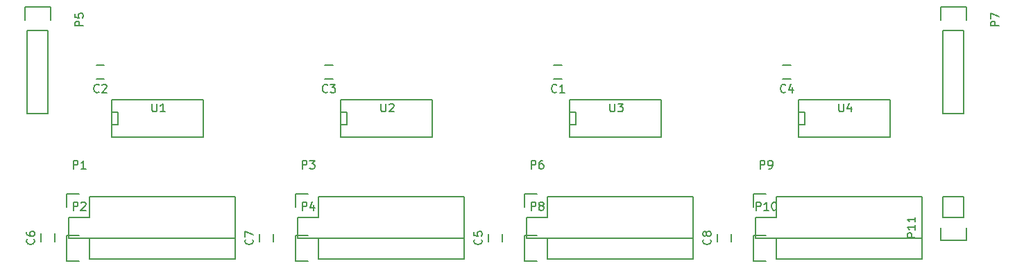
<source format=gbr>
G04 #@! TF.FileFunction,Legend,Top*
%FSLAX46Y46*%
G04 Gerber Fmt 4.6, Leading zero omitted, Abs format (unit mm)*
G04 Created by KiCad (PCBNEW 4.0.0-rc2-stable) date Tue 17 Nov 2015 13:49:37 BRT*
%MOMM*%
G01*
G04 APERTURE LIST*
%ADD10C,0.100000*%
%ADD11C,0.150000*%
G04 APERTURE END LIST*
D10*
D11*
X215400000Y-37680000D02*
X216400000Y-37680000D01*
X216400000Y-35980000D02*
X215400000Y-35980000D01*
X159540000Y-37680000D02*
X160540000Y-37680000D01*
X160540000Y-35980000D02*
X159540000Y-35980000D01*
X187440000Y-37680000D02*
X188440000Y-37680000D01*
X188440000Y-35980000D02*
X187440000Y-35980000D01*
X243340000Y-37680000D02*
X244340000Y-37680000D01*
X244340000Y-35980000D02*
X243340000Y-35980000D01*
X207430000Y-56650000D02*
X207430000Y-57650000D01*
X209130000Y-57650000D02*
X209130000Y-56650000D01*
X152820000Y-56630000D02*
X152820000Y-57630000D01*
X154520000Y-57630000D02*
X154520000Y-56630000D01*
X179490000Y-56650000D02*
X179490000Y-57650000D01*
X181190000Y-57650000D02*
X181190000Y-56650000D01*
X235370000Y-56650000D02*
X235370000Y-57650000D01*
X237070000Y-57650000D02*
X237070000Y-56650000D01*
X176530000Y-57150000D02*
X156210000Y-57150000D01*
X158750000Y-52070000D02*
X176530000Y-52070000D01*
X176530000Y-57150000D02*
X176530000Y-52070000D01*
X156210000Y-57150000D02*
X156210000Y-54610000D01*
X157480000Y-51790000D02*
X155930000Y-51790000D01*
X156210000Y-54610000D02*
X158750000Y-54610000D01*
X158750000Y-54610000D02*
X158750000Y-52070000D01*
X155930000Y-51790000D02*
X155930000Y-53340000D01*
X158750000Y-59690000D02*
X176530000Y-59690000D01*
X176530000Y-59690000D02*
X176530000Y-57150000D01*
X176530000Y-57150000D02*
X158750000Y-57150000D01*
X155930000Y-59970000D02*
X157480000Y-59970000D01*
X158750000Y-59690000D02*
X158750000Y-57150000D01*
X157480000Y-56870000D02*
X155930000Y-56870000D01*
X155930000Y-56870000D02*
X155930000Y-59970000D01*
X204470000Y-57150000D02*
X184150000Y-57150000D01*
X186690000Y-52070000D02*
X204470000Y-52070000D01*
X204470000Y-57150000D02*
X204470000Y-52070000D01*
X184150000Y-57150000D02*
X184150000Y-54610000D01*
X185420000Y-51790000D02*
X183870000Y-51790000D01*
X184150000Y-54610000D02*
X186690000Y-54610000D01*
X186690000Y-54610000D02*
X186690000Y-52070000D01*
X183870000Y-51790000D02*
X183870000Y-53340000D01*
X186690000Y-59690000D02*
X204470000Y-59690000D01*
X204470000Y-59690000D02*
X204470000Y-57150000D01*
X204470000Y-57150000D02*
X186690000Y-57150000D01*
X183870000Y-59970000D02*
X185420000Y-59970000D01*
X186690000Y-59690000D02*
X186690000Y-57150000D01*
X185420000Y-56870000D02*
X183870000Y-56870000D01*
X183870000Y-56870000D02*
X183870000Y-59970000D01*
X151130000Y-31750000D02*
X151130000Y-41910000D01*
X151130000Y-41910000D02*
X153670000Y-41910000D01*
X153670000Y-41910000D02*
X153670000Y-31750000D01*
X150850000Y-28930000D02*
X150850000Y-30480000D01*
X151130000Y-31750000D02*
X153670000Y-31750000D01*
X153950000Y-30480000D02*
X153950000Y-28930000D01*
X153950000Y-28930000D02*
X150850000Y-28930000D01*
X232410000Y-57150000D02*
X212090000Y-57150000D01*
X214630000Y-52070000D02*
X232410000Y-52070000D01*
X232410000Y-57150000D02*
X232410000Y-52070000D01*
X212090000Y-57150000D02*
X212090000Y-54610000D01*
X213360000Y-51790000D02*
X211810000Y-51790000D01*
X212090000Y-54610000D02*
X214630000Y-54610000D01*
X214630000Y-54610000D02*
X214630000Y-52070000D01*
X211810000Y-51790000D02*
X211810000Y-53340000D01*
X262890000Y-31750000D02*
X262890000Y-41910000D01*
X262890000Y-41910000D02*
X265430000Y-41910000D01*
X265430000Y-41910000D02*
X265430000Y-31750000D01*
X262610000Y-28930000D02*
X262610000Y-30480000D01*
X262890000Y-31750000D02*
X265430000Y-31750000D01*
X265710000Y-30480000D02*
X265710000Y-28930000D01*
X265710000Y-28930000D02*
X262610000Y-28930000D01*
X214630000Y-59690000D02*
X232410000Y-59690000D01*
X232410000Y-59690000D02*
X232410000Y-57150000D01*
X232410000Y-57150000D02*
X214630000Y-57150000D01*
X211810000Y-59970000D02*
X213360000Y-59970000D01*
X214630000Y-59690000D02*
X214630000Y-57150000D01*
X213360000Y-56870000D02*
X211810000Y-56870000D01*
X211810000Y-56870000D02*
X211810000Y-59970000D01*
X260350000Y-57150000D02*
X240030000Y-57150000D01*
X242570000Y-52070000D02*
X260350000Y-52070000D01*
X260350000Y-57150000D02*
X260350000Y-52070000D01*
X240030000Y-57150000D02*
X240030000Y-54610000D01*
X241300000Y-51790000D02*
X239750000Y-51790000D01*
X240030000Y-54610000D02*
X242570000Y-54610000D01*
X242570000Y-54610000D02*
X242570000Y-52070000D01*
X239750000Y-51790000D02*
X239750000Y-53340000D01*
X242570000Y-59690000D02*
X260350000Y-59690000D01*
X260350000Y-59690000D02*
X260350000Y-57150000D01*
X260350000Y-57150000D02*
X242570000Y-57150000D01*
X239750000Y-59970000D02*
X241300000Y-59970000D01*
X242570000Y-59690000D02*
X242570000Y-57150000D01*
X241300000Y-56870000D02*
X239750000Y-56870000D01*
X239750000Y-56870000D02*
X239750000Y-59970000D01*
X161417000Y-41783000D02*
X162179000Y-41783000D01*
X162179000Y-41783000D02*
X162179000Y-43307000D01*
X162179000Y-43307000D02*
X161417000Y-43307000D01*
X172593000Y-40259000D02*
X172593000Y-44831000D01*
X172593000Y-44831000D02*
X161417000Y-44831000D01*
X161417000Y-44831000D02*
X161417000Y-40259000D01*
X161417000Y-40259000D02*
X172593000Y-40259000D01*
X189357000Y-41783000D02*
X190119000Y-41783000D01*
X190119000Y-41783000D02*
X190119000Y-43307000D01*
X190119000Y-43307000D02*
X189357000Y-43307000D01*
X200533000Y-40259000D02*
X200533000Y-44831000D01*
X200533000Y-44831000D02*
X189357000Y-44831000D01*
X189357000Y-44831000D02*
X189357000Y-40259000D01*
X189357000Y-40259000D02*
X200533000Y-40259000D01*
X217297000Y-41783000D02*
X218059000Y-41783000D01*
X218059000Y-41783000D02*
X218059000Y-43307000D01*
X218059000Y-43307000D02*
X217297000Y-43307000D01*
X228473000Y-40259000D02*
X228473000Y-44831000D01*
X228473000Y-44831000D02*
X217297000Y-44831000D01*
X217297000Y-44831000D02*
X217297000Y-40259000D01*
X217297000Y-40259000D02*
X228473000Y-40259000D01*
X245237000Y-41783000D02*
X245999000Y-41783000D01*
X245999000Y-41783000D02*
X245999000Y-43307000D01*
X245999000Y-43307000D02*
X245237000Y-43307000D01*
X256413000Y-40259000D02*
X256413000Y-44831000D01*
X256413000Y-44831000D02*
X245237000Y-44831000D01*
X245237000Y-44831000D02*
X245237000Y-40259000D01*
X245237000Y-40259000D02*
X256413000Y-40259000D01*
X265710000Y-57430000D02*
X265710000Y-55880000D01*
X265430000Y-52070000D02*
X265430000Y-54610000D01*
X265430000Y-54610000D02*
X262890000Y-54610000D01*
X262610000Y-55880000D02*
X262610000Y-57430000D01*
X262610000Y-57430000D02*
X265710000Y-57430000D01*
X262890000Y-54610000D02*
X262890000Y-52070000D01*
X262890000Y-52070000D02*
X265430000Y-52070000D01*
X215733334Y-39287143D02*
X215685715Y-39334762D01*
X215542858Y-39382381D01*
X215447620Y-39382381D01*
X215304762Y-39334762D01*
X215209524Y-39239524D01*
X215161905Y-39144286D01*
X215114286Y-38953810D01*
X215114286Y-38810952D01*
X215161905Y-38620476D01*
X215209524Y-38525238D01*
X215304762Y-38430000D01*
X215447620Y-38382381D01*
X215542858Y-38382381D01*
X215685715Y-38430000D01*
X215733334Y-38477619D01*
X216685715Y-39382381D02*
X216114286Y-39382381D01*
X216400000Y-39382381D02*
X216400000Y-38382381D01*
X216304762Y-38525238D01*
X216209524Y-38620476D01*
X216114286Y-38668095D01*
X159873334Y-39287143D02*
X159825715Y-39334762D01*
X159682858Y-39382381D01*
X159587620Y-39382381D01*
X159444762Y-39334762D01*
X159349524Y-39239524D01*
X159301905Y-39144286D01*
X159254286Y-38953810D01*
X159254286Y-38810952D01*
X159301905Y-38620476D01*
X159349524Y-38525238D01*
X159444762Y-38430000D01*
X159587620Y-38382381D01*
X159682858Y-38382381D01*
X159825715Y-38430000D01*
X159873334Y-38477619D01*
X160254286Y-38477619D02*
X160301905Y-38430000D01*
X160397143Y-38382381D01*
X160635239Y-38382381D01*
X160730477Y-38430000D01*
X160778096Y-38477619D01*
X160825715Y-38572857D01*
X160825715Y-38668095D01*
X160778096Y-38810952D01*
X160206667Y-39382381D01*
X160825715Y-39382381D01*
X187773334Y-39287143D02*
X187725715Y-39334762D01*
X187582858Y-39382381D01*
X187487620Y-39382381D01*
X187344762Y-39334762D01*
X187249524Y-39239524D01*
X187201905Y-39144286D01*
X187154286Y-38953810D01*
X187154286Y-38810952D01*
X187201905Y-38620476D01*
X187249524Y-38525238D01*
X187344762Y-38430000D01*
X187487620Y-38382381D01*
X187582858Y-38382381D01*
X187725715Y-38430000D01*
X187773334Y-38477619D01*
X188106667Y-38382381D02*
X188725715Y-38382381D01*
X188392381Y-38763333D01*
X188535239Y-38763333D01*
X188630477Y-38810952D01*
X188678096Y-38858571D01*
X188725715Y-38953810D01*
X188725715Y-39191905D01*
X188678096Y-39287143D01*
X188630477Y-39334762D01*
X188535239Y-39382381D01*
X188249524Y-39382381D01*
X188154286Y-39334762D01*
X188106667Y-39287143D01*
X243673334Y-39287143D02*
X243625715Y-39334762D01*
X243482858Y-39382381D01*
X243387620Y-39382381D01*
X243244762Y-39334762D01*
X243149524Y-39239524D01*
X243101905Y-39144286D01*
X243054286Y-38953810D01*
X243054286Y-38810952D01*
X243101905Y-38620476D01*
X243149524Y-38525238D01*
X243244762Y-38430000D01*
X243387620Y-38382381D01*
X243482858Y-38382381D01*
X243625715Y-38430000D01*
X243673334Y-38477619D01*
X244530477Y-38715714D02*
X244530477Y-39382381D01*
X244292381Y-38334762D02*
X244054286Y-39049048D01*
X244673334Y-39049048D01*
X206537143Y-57316666D02*
X206584762Y-57364285D01*
X206632381Y-57507142D01*
X206632381Y-57602380D01*
X206584762Y-57745238D01*
X206489524Y-57840476D01*
X206394286Y-57888095D01*
X206203810Y-57935714D01*
X206060952Y-57935714D01*
X205870476Y-57888095D01*
X205775238Y-57840476D01*
X205680000Y-57745238D01*
X205632381Y-57602380D01*
X205632381Y-57507142D01*
X205680000Y-57364285D01*
X205727619Y-57316666D01*
X205632381Y-56411904D02*
X205632381Y-56888095D01*
X206108571Y-56935714D01*
X206060952Y-56888095D01*
X206013333Y-56792857D01*
X206013333Y-56554761D01*
X206060952Y-56459523D01*
X206108571Y-56411904D01*
X206203810Y-56364285D01*
X206441905Y-56364285D01*
X206537143Y-56411904D01*
X206584762Y-56459523D01*
X206632381Y-56554761D01*
X206632381Y-56792857D01*
X206584762Y-56888095D01*
X206537143Y-56935714D01*
X151927143Y-57296666D02*
X151974762Y-57344285D01*
X152022381Y-57487142D01*
X152022381Y-57582380D01*
X151974762Y-57725238D01*
X151879524Y-57820476D01*
X151784286Y-57868095D01*
X151593810Y-57915714D01*
X151450952Y-57915714D01*
X151260476Y-57868095D01*
X151165238Y-57820476D01*
X151070000Y-57725238D01*
X151022381Y-57582380D01*
X151022381Y-57487142D01*
X151070000Y-57344285D01*
X151117619Y-57296666D01*
X151022381Y-56439523D02*
X151022381Y-56630000D01*
X151070000Y-56725238D01*
X151117619Y-56772857D01*
X151260476Y-56868095D01*
X151450952Y-56915714D01*
X151831905Y-56915714D01*
X151927143Y-56868095D01*
X151974762Y-56820476D01*
X152022381Y-56725238D01*
X152022381Y-56534761D01*
X151974762Y-56439523D01*
X151927143Y-56391904D01*
X151831905Y-56344285D01*
X151593810Y-56344285D01*
X151498571Y-56391904D01*
X151450952Y-56439523D01*
X151403333Y-56534761D01*
X151403333Y-56725238D01*
X151450952Y-56820476D01*
X151498571Y-56868095D01*
X151593810Y-56915714D01*
X178597143Y-57316666D02*
X178644762Y-57364285D01*
X178692381Y-57507142D01*
X178692381Y-57602380D01*
X178644762Y-57745238D01*
X178549524Y-57840476D01*
X178454286Y-57888095D01*
X178263810Y-57935714D01*
X178120952Y-57935714D01*
X177930476Y-57888095D01*
X177835238Y-57840476D01*
X177740000Y-57745238D01*
X177692381Y-57602380D01*
X177692381Y-57507142D01*
X177740000Y-57364285D01*
X177787619Y-57316666D01*
X177692381Y-56983333D02*
X177692381Y-56316666D01*
X178692381Y-56745238D01*
X234477143Y-57316666D02*
X234524762Y-57364285D01*
X234572381Y-57507142D01*
X234572381Y-57602380D01*
X234524762Y-57745238D01*
X234429524Y-57840476D01*
X234334286Y-57888095D01*
X234143810Y-57935714D01*
X234000952Y-57935714D01*
X233810476Y-57888095D01*
X233715238Y-57840476D01*
X233620000Y-57745238D01*
X233572381Y-57602380D01*
X233572381Y-57507142D01*
X233620000Y-57364285D01*
X233667619Y-57316666D01*
X234000952Y-56745238D02*
X233953333Y-56840476D01*
X233905714Y-56888095D01*
X233810476Y-56935714D01*
X233762857Y-56935714D01*
X233667619Y-56888095D01*
X233620000Y-56840476D01*
X233572381Y-56745238D01*
X233572381Y-56554761D01*
X233620000Y-56459523D01*
X233667619Y-56411904D01*
X233762857Y-56364285D01*
X233810476Y-56364285D01*
X233905714Y-56411904D01*
X233953333Y-56459523D01*
X234000952Y-56554761D01*
X234000952Y-56745238D01*
X234048571Y-56840476D01*
X234096190Y-56888095D01*
X234191429Y-56935714D01*
X234381905Y-56935714D01*
X234477143Y-56888095D01*
X234524762Y-56840476D01*
X234572381Y-56745238D01*
X234572381Y-56554761D01*
X234524762Y-56459523D01*
X234477143Y-56411904D01*
X234381905Y-56364285D01*
X234191429Y-56364285D01*
X234096190Y-56411904D01*
X234048571Y-56459523D01*
X234000952Y-56554761D01*
X156741905Y-48692381D02*
X156741905Y-47692381D01*
X157122858Y-47692381D01*
X157218096Y-47740000D01*
X157265715Y-47787619D01*
X157313334Y-47882857D01*
X157313334Y-48025714D01*
X157265715Y-48120952D01*
X157218096Y-48168571D01*
X157122858Y-48216190D01*
X156741905Y-48216190D01*
X158265715Y-48692381D02*
X157694286Y-48692381D01*
X157980000Y-48692381D02*
X157980000Y-47692381D01*
X157884762Y-47835238D01*
X157789524Y-47930476D01*
X157694286Y-47978095D01*
X156741905Y-53772381D02*
X156741905Y-52772381D01*
X157122858Y-52772381D01*
X157218096Y-52820000D01*
X157265715Y-52867619D01*
X157313334Y-52962857D01*
X157313334Y-53105714D01*
X157265715Y-53200952D01*
X157218096Y-53248571D01*
X157122858Y-53296190D01*
X156741905Y-53296190D01*
X157694286Y-52867619D02*
X157741905Y-52820000D01*
X157837143Y-52772381D01*
X158075239Y-52772381D01*
X158170477Y-52820000D01*
X158218096Y-52867619D01*
X158265715Y-52962857D01*
X158265715Y-53058095D01*
X158218096Y-53200952D01*
X157646667Y-53772381D01*
X158265715Y-53772381D01*
X184681905Y-48692381D02*
X184681905Y-47692381D01*
X185062858Y-47692381D01*
X185158096Y-47740000D01*
X185205715Y-47787619D01*
X185253334Y-47882857D01*
X185253334Y-48025714D01*
X185205715Y-48120952D01*
X185158096Y-48168571D01*
X185062858Y-48216190D01*
X184681905Y-48216190D01*
X185586667Y-47692381D02*
X186205715Y-47692381D01*
X185872381Y-48073333D01*
X186015239Y-48073333D01*
X186110477Y-48120952D01*
X186158096Y-48168571D01*
X186205715Y-48263810D01*
X186205715Y-48501905D01*
X186158096Y-48597143D01*
X186110477Y-48644762D01*
X186015239Y-48692381D01*
X185729524Y-48692381D01*
X185634286Y-48644762D01*
X185586667Y-48597143D01*
X184681905Y-53772381D02*
X184681905Y-52772381D01*
X185062858Y-52772381D01*
X185158096Y-52820000D01*
X185205715Y-52867619D01*
X185253334Y-52962857D01*
X185253334Y-53105714D01*
X185205715Y-53200952D01*
X185158096Y-53248571D01*
X185062858Y-53296190D01*
X184681905Y-53296190D01*
X186110477Y-53105714D02*
X186110477Y-53772381D01*
X185872381Y-52724762D02*
X185634286Y-53439048D01*
X186253334Y-53439048D01*
X157952381Y-31218095D02*
X156952381Y-31218095D01*
X156952381Y-30837142D01*
X157000000Y-30741904D01*
X157047619Y-30694285D01*
X157142857Y-30646666D01*
X157285714Y-30646666D01*
X157380952Y-30694285D01*
X157428571Y-30741904D01*
X157476190Y-30837142D01*
X157476190Y-31218095D01*
X156952381Y-29741904D02*
X156952381Y-30218095D01*
X157428571Y-30265714D01*
X157380952Y-30218095D01*
X157333333Y-30122857D01*
X157333333Y-29884761D01*
X157380952Y-29789523D01*
X157428571Y-29741904D01*
X157523810Y-29694285D01*
X157761905Y-29694285D01*
X157857143Y-29741904D01*
X157904762Y-29789523D01*
X157952381Y-29884761D01*
X157952381Y-30122857D01*
X157904762Y-30218095D01*
X157857143Y-30265714D01*
X212621905Y-48692381D02*
X212621905Y-47692381D01*
X213002858Y-47692381D01*
X213098096Y-47740000D01*
X213145715Y-47787619D01*
X213193334Y-47882857D01*
X213193334Y-48025714D01*
X213145715Y-48120952D01*
X213098096Y-48168571D01*
X213002858Y-48216190D01*
X212621905Y-48216190D01*
X214050477Y-47692381D02*
X213860000Y-47692381D01*
X213764762Y-47740000D01*
X213717143Y-47787619D01*
X213621905Y-47930476D01*
X213574286Y-48120952D01*
X213574286Y-48501905D01*
X213621905Y-48597143D01*
X213669524Y-48644762D01*
X213764762Y-48692381D01*
X213955239Y-48692381D01*
X214050477Y-48644762D01*
X214098096Y-48597143D01*
X214145715Y-48501905D01*
X214145715Y-48263810D01*
X214098096Y-48168571D01*
X214050477Y-48120952D01*
X213955239Y-48073333D01*
X213764762Y-48073333D01*
X213669524Y-48120952D01*
X213621905Y-48168571D01*
X213574286Y-48263810D01*
X269712381Y-31218095D02*
X268712381Y-31218095D01*
X268712381Y-30837142D01*
X268760000Y-30741904D01*
X268807619Y-30694285D01*
X268902857Y-30646666D01*
X269045714Y-30646666D01*
X269140952Y-30694285D01*
X269188571Y-30741904D01*
X269236190Y-30837142D01*
X269236190Y-31218095D01*
X268712381Y-30313333D02*
X268712381Y-29646666D01*
X269712381Y-30075238D01*
X212621905Y-53772381D02*
X212621905Y-52772381D01*
X213002858Y-52772381D01*
X213098096Y-52820000D01*
X213145715Y-52867619D01*
X213193334Y-52962857D01*
X213193334Y-53105714D01*
X213145715Y-53200952D01*
X213098096Y-53248571D01*
X213002858Y-53296190D01*
X212621905Y-53296190D01*
X213764762Y-53200952D02*
X213669524Y-53153333D01*
X213621905Y-53105714D01*
X213574286Y-53010476D01*
X213574286Y-52962857D01*
X213621905Y-52867619D01*
X213669524Y-52820000D01*
X213764762Y-52772381D01*
X213955239Y-52772381D01*
X214050477Y-52820000D01*
X214098096Y-52867619D01*
X214145715Y-52962857D01*
X214145715Y-53010476D01*
X214098096Y-53105714D01*
X214050477Y-53153333D01*
X213955239Y-53200952D01*
X213764762Y-53200952D01*
X213669524Y-53248571D01*
X213621905Y-53296190D01*
X213574286Y-53391429D01*
X213574286Y-53581905D01*
X213621905Y-53677143D01*
X213669524Y-53724762D01*
X213764762Y-53772381D01*
X213955239Y-53772381D01*
X214050477Y-53724762D01*
X214098096Y-53677143D01*
X214145715Y-53581905D01*
X214145715Y-53391429D01*
X214098096Y-53296190D01*
X214050477Y-53248571D01*
X213955239Y-53200952D01*
X240561905Y-48692381D02*
X240561905Y-47692381D01*
X240942858Y-47692381D01*
X241038096Y-47740000D01*
X241085715Y-47787619D01*
X241133334Y-47882857D01*
X241133334Y-48025714D01*
X241085715Y-48120952D01*
X241038096Y-48168571D01*
X240942858Y-48216190D01*
X240561905Y-48216190D01*
X241609524Y-48692381D02*
X241800000Y-48692381D01*
X241895239Y-48644762D01*
X241942858Y-48597143D01*
X242038096Y-48454286D01*
X242085715Y-48263810D01*
X242085715Y-47882857D01*
X242038096Y-47787619D01*
X241990477Y-47740000D01*
X241895239Y-47692381D01*
X241704762Y-47692381D01*
X241609524Y-47740000D01*
X241561905Y-47787619D01*
X241514286Y-47882857D01*
X241514286Y-48120952D01*
X241561905Y-48216190D01*
X241609524Y-48263810D01*
X241704762Y-48311429D01*
X241895239Y-48311429D01*
X241990477Y-48263810D01*
X242038096Y-48216190D01*
X242085715Y-48120952D01*
X240085714Y-53772381D02*
X240085714Y-52772381D01*
X240466667Y-52772381D01*
X240561905Y-52820000D01*
X240609524Y-52867619D01*
X240657143Y-52962857D01*
X240657143Y-53105714D01*
X240609524Y-53200952D01*
X240561905Y-53248571D01*
X240466667Y-53296190D01*
X240085714Y-53296190D01*
X241609524Y-53772381D02*
X241038095Y-53772381D01*
X241323809Y-53772381D02*
X241323809Y-52772381D01*
X241228571Y-52915238D01*
X241133333Y-53010476D01*
X241038095Y-53058095D01*
X242228571Y-52772381D02*
X242323810Y-52772381D01*
X242419048Y-52820000D01*
X242466667Y-52867619D01*
X242514286Y-52962857D01*
X242561905Y-53153333D01*
X242561905Y-53391429D01*
X242514286Y-53581905D01*
X242466667Y-53677143D01*
X242419048Y-53724762D01*
X242323810Y-53772381D01*
X242228571Y-53772381D01*
X242133333Y-53724762D01*
X242085714Y-53677143D01*
X242038095Y-53581905D01*
X241990476Y-53391429D01*
X241990476Y-53153333D01*
X242038095Y-52962857D01*
X242085714Y-52867619D01*
X242133333Y-52820000D01*
X242228571Y-52772381D01*
X166370095Y-40727381D02*
X166370095Y-41536905D01*
X166417714Y-41632143D01*
X166465333Y-41679762D01*
X166560571Y-41727381D01*
X166751048Y-41727381D01*
X166846286Y-41679762D01*
X166893905Y-41632143D01*
X166941524Y-41536905D01*
X166941524Y-40727381D01*
X167941524Y-41727381D02*
X167370095Y-41727381D01*
X167655809Y-41727381D02*
X167655809Y-40727381D01*
X167560571Y-40870238D01*
X167465333Y-40965476D01*
X167370095Y-41013095D01*
X194310095Y-40727381D02*
X194310095Y-41536905D01*
X194357714Y-41632143D01*
X194405333Y-41679762D01*
X194500571Y-41727381D01*
X194691048Y-41727381D01*
X194786286Y-41679762D01*
X194833905Y-41632143D01*
X194881524Y-41536905D01*
X194881524Y-40727381D01*
X195310095Y-40822619D02*
X195357714Y-40775000D01*
X195452952Y-40727381D01*
X195691048Y-40727381D01*
X195786286Y-40775000D01*
X195833905Y-40822619D01*
X195881524Y-40917857D01*
X195881524Y-41013095D01*
X195833905Y-41155952D01*
X195262476Y-41727381D01*
X195881524Y-41727381D01*
X222250095Y-40727381D02*
X222250095Y-41536905D01*
X222297714Y-41632143D01*
X222345333Y-41679762D01*
X222440571Y-41727381D01*
X222631048Y-41727381D01*
X222726286Y-41679762D01*
X222773905Y-41632143D01*
X222821524Y-41536905D01*
X222821524Y-40727381D01*
X223202476Y-40727381D02*
X223821524Y-40727381D01*
X223488190Y-41108333D01*
X223631048Y-41108333D01*
X223726286Y-41155952D01*
X223773905Y-41203571D01*
X223821524Y-41298810D01*
X223821524Y-41536905D01*
X223773905Y-41632143D01*
X223726286Y-41679762D01*
X223631048Y-41727381D01*
X223345333Y-41727381D01*
X223250095Y-41679762D01*
X223202476Y-41632143D01*
X250190095Y-40727381D02*
X250190095Y-41536905D01*
X250237714Y-41632143D01*
X250285333Y-41679762D01*
X250380571Y-41727381D01*
X250571048Y-41727381D01*
X250666286Y-41679762D01*
X250713905Y-41632143D01*
X250761524Y-41536905D01*
X250761524Y-40727381D01*
X251666286Y-41060714D02*
X251666286Y-41727381D01*
X251428190Y-40679762D02*
X251190095Y-41394048D01*
X251809143Y-41394048D01*
X259512381Y-57094286D02*
X258512381Y-57094286D01*
X258512381Y-56713333D01*
X258560000Y-56618095D01*
X258607619Y-56570476D01*
X258702857Y-56522857D01*
X258845714Y-56522857D01*
X258940952Y-56570476D01*
X258988571Y-56618095D01*
X259036190Y-56713333D01*
X259036190Y-57094286D01*
X259512381Y-55570476D02*
X259512381Y-56141905D01*
X259512381Y-55856191D02*
X258512381Y-55856191D01*
X258655238Y-55951429D01*
X258750476Y-56046667D01*
X258798095Y-56141905D01*
X259512381Y-54618095D02*
X259512381Y-55189524D01*
X259512381Y-54903810D02*
X258512381Y-54903810D01*
X258655238Y-54999048D01*
X258750476Y-55094286D01*
X258798095Y-55189524D01*
M02*

</source>
